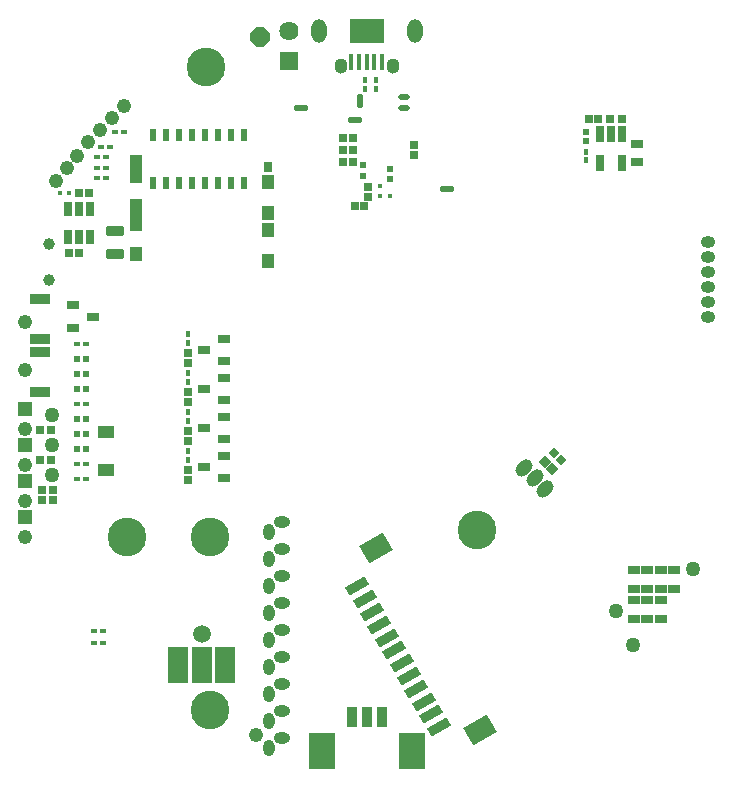
<source format=gbs>
G04 Layer_Color=8150272*
%FSAX24Y24*%
%MOIN*%
G70*
G01*
G75*
%ADD10O,0.0500X0.0200*%
%ADD11R,0.0295X0.0276*%
%ADD15C,0.0500*%
%ADD18R,0.0177X0.0197*%
%ADD24R,0.0177X0.0177*%
%ADD25R,0.0177X0.0177*%
%ADD41R,0.0197X0.0177*%
%ADD44R,0.0197X0.0217*%
%ADD64R,0.0217X0.0197*%
%ADD88R,0.0276X0.0256*%
%ADD114O,0.0400X0.0200*%
%ADD133O,0.0200X0.0500*%
%ADD158R,0.0276X0.0253*%
%ADD160R,0.0253X0.0276*%
%ADD164R,0.0400X0.0280*%
%ADD172R,0.0237X0.0237*%
G04:AMPARAMS|DCode=178|XSize=59.1mil|YSize=31.6mil|CornerRadius=4.8mil|HoleSize=0mil|Usage=FLASHONLY|Rotation=180.000|XOffset=0mil|YOffset=0mil|HoleType=Round|Shape=RoundedRectangle|*
%AMROUNDEDRECTD178*
21,1,0.0591,0.0220,0,0,180.0*
21,1,0.0496,0.0316,0,0,180.0*
1,1,0.0095,-0.0248,0.0110*
1,1,0.0095,0.0248,0.0110*
1,1,0.0095,0.0248,-0.0110*
1,1,0.0095,-0.0248,-0.0110*
%
%ADD178ROUNDEDRECTD178*%
%ADD210C,0.1290*%
%ADD211O,0.0490X0.0390*%
G04:AMPARAMS|DCode=212|XSize=44mil|YSize=64mil|CornerRadius=0mil|HoleSize=0mil|Usage=FLASHONLY|Rotation=135.000|XOffset=0mil|YOffset=0mil|HoleType=Round|Shape=Round|*
%AMOVALD212*
21,1,0.0200,0.0440,0.0000,0.0000,225.0*
1,1,0.0440,0.0071,0.0071*
1,1,0.0440,-0.0071,-0.0071*
%
%ADD212OVALD212*%

%ADD213C,0.0490*%
%ADD214C,0.0394*%
%ADD215R,0.0640X0.0640*%
%ADD216C,0.0640*%
%ADD217R,0.0490X0.0490*%
%ADD218P,0.0693X8X22.5*%
%ADD219C,0.0590*%
%ADD220O,0.0540X0.0390*%
%ADD221O,0.0390X0.0540*%
%ADD222O,0.0433X0.0512*%
%ADD223O,0.0512X0.0788*%
%ADD224R,0.0866X0.1220*%
%ADD225R,0.0316X0.0552*%
%ADD226R,0.0177X0.0552*%
%ADD227R,0.1182X0.0788*%
%ADD228R,0.0443X0.0971*%
%ADD229R,0.0443X0.0502*%
%ADD230R,0.0443X0.0455*%
%ADD231R,0.0313X0.0337*%
%ADD232R,0.0227X0.0424*%
%ADD233R,0.0296X0.0473*%
%ADD234R,0.0394X0.0276*%
%ADD235R,0.0394X0.0276*%
%ADD236R,0.0709X0.0355*%
%ADD237R,0.0520X0.0398*%
G04:AMPARAMS|DCode=238|XSize=67mil|YSize=90.6mil|CornerRadius=0mil|HoleSize=0mil|Usage=FLASHONLY|Rotation=300.000|XOffset=0mil|YOffset=0mil|HoleType=Round|Shape=Rectangle|*
%AMROTATEDRECTD238*
4,1,4,-0.0560,0.0064,0.0225,0.0517,0.0560,-0.0064,-0.0225,-0.0517,-0.0560,0.0064,0.0*
%
%ADD238ROTATEDRECTD238*%

G04:AMPARAMS|DCode=239|XSize=31.6mil|YSize=74.9mil|CornerRadius=0mil|HoleSize=0mil|Usage=FLASHONLY|Rotation=300.000|XOffset=0mil|YOffset=0mil|HoleType=Round|Shape=Rectangle|*
%AMROTATEDRECTD239*
4,1,4,-0.0403,-0.0051,0.0245,0.0324,0.0403,0.0051,-0.0245,-0.0324,-0.0403,-0.0051,0.0*
%
%ADD239ROTATEDRECTD239*%

%ADD240R,0.0355X0.0670*%
%ADD241R,0.0670X0.1221*%
G04:AMPARAMS|DCode=242|XSize=27.6mil|YSize=25.3mil|CornerRadius=0mil|HoleSize=0mil|Usage=FLASHONLY|Rotation=45.000|XOffset=0mil|YOffset=0mil|HoleType=Round|Shape=Rectangle|*
%AMROTATEDRECTD242*
4,1,4,-0.0008,-0.0187,-0.0187,-0.0008,0.0008,0.0187,0.0187,0.0008,-0.0008,-0.0187,0.0*
%
%ADD242ROTATEDRECTD242*%

G04:AMPARAMS|DCode=243|XSize=29.2mil|YSize=30.8mil|CornerRadius=0mil|HoleSize=0mil|Usage=FLASHONLY|Rotation=45.000|XOffset=0mil|YOffset=0mil|HoleType=Round|Shape=Rectangle|*
%AMROTATEDRECTD243*
4,1,4,0.0006,-0.0212,-0.0212,0.0006,-0.0006,0.0212,0.0212,-0.0006,0.0006,-0.0212,0.0*
%
%ADD243ROTATEDRECTD243*%

D10*
X032200Y036272D02*
D03*
X029137Y038562D02*
D03*
X027319Y038949D02*
D03*
D11*
X037650Y038612D02*
D03*
X038024D02*
D03*
D15*
X019028Y028728D02*
D03*
Y027728D02*
D03*
Y026728D02*
D03*
X037837Y022212D02*
D03*
X038387Y021062D02*
D03*
X040387Y023612D02*
D03*
D18*
X036837Y037214D02*
D03*
Y037509D02*
D03*
X029482Y039903D02*
D03*
Y039608D02*
D03*
X029832Y039900D02*
D03*
Y039605D02*
D03*
X023578Y030128D02*
D03*
Y029832D02*
D03*
Y031428D02*
D03*
Y031132D02*
D03*
Y027528D02*
D03*
Y027232D02*
D03*
Y028828D02*
D03*
Y028532D02*
D03*
D24*
X019615Y036138D02*
D03*
X019300D02*
D03*
X030285Y036038D02*
D03*
X029970D02*
D03*
D25*
X029976Y036036D02*
D03*
Y036351D02*
D03*
D41*
X021130Y038178D02*
D03*
X021425D02*
D03*
X020530Y036628D02*
D03*
X020825D02*
D03*
X020530Y036978D02*
D03*
X020825D02*
D03*
X020530Y037328D02*
D03*
X020825D02*
D03*
X020680Y037678D02*
D03*
X020975D02*
D03*
X020173Y026605D02*
D03*
X019878D02*
D03*
Y027105D02*
D03*
X020173D02*
D03*
X019878Y029105D02*
D03*
X020173D02*
D03*
X020430Y021128D02*
D03*
X020725D02*
D03*
X020432Y021528D02*
D03*
X020728D02*
D03*
X020175Y031105D02*
D03*
X019880D02*
D03*
D44*
X036837Y038159D02*
D03*
Y037864D02*
D03*
D64*
X020172Y027605D02*
D03*
X019877D02*
D03*
X020173Y028105D02*
D03*
X019878D02*
D03*
Y028605D02*
D03*
X020173D02*
D03*
X019878Y029605D02*
D03*
X020173D02*
D03*
X019880Y030605D02*
D03*
X020175D02*
D03*
X020173Y030105D02*
D03*
X019878D02*
D03*
D88*
X018637Y028237D02*
D03*
X019011D02*
D03*
X018637Y027237D02*
D03*
X019011D02*
D03*
X018687Y026237D02*
D03*
X019061D02*
D03*
X018687Y025887D02*
D03*
X019061D02*
D03*
D114*
X030763Y039343D02*
D03*
Y038949D02*
D03*
D133*
X029287Y039185D02*
D03*
D158*
X023578Y029491D02*
D03*
Y029169D02*
D03*
Y030791D02*
D03*
Y030468D02*
D03*
Y026891D02*
D03*
Y026569D02*
D03*
Y028191D02*
D03*
Y027868D02*
D03*
X031108Y037733D02*
D03*
Y037410D02*
D03*
X029562Y036012D02*
D03*
Y036335D02*
D03*
D160*
X037248Y038612D02*
D03*
X036926Y038612D02*
D03*
X020269Y036138D02*
D03*
X019946D02*
D03*
X029126Y035701D02*
D03*
X029448D02*
D03*
X019919Y034138D02*
D03*
X019596D02*
D03*
X028732Y037178D02*
D03*
X029055D02*
D03*
X028732Y037965D02*
D03*
X029055D02*
D03*
X028732Y037571D02*
D03*
X029055D02*
D03*
D164*
X038537Y037152D02*
D03*
Y037772D02*
D03*
X038878Y022558D02*
D03*
Y021938D02*
D03*
X039328Y022558D02*
D03*
Y021938D02*
D03*
X038428D02*
D03*
Y022558D02*
D03*
Y023548D02*
D03*
Y022928D02*
D03*
X038878Y023548D02*
D03*
Y022928D02*
D03*
X039328D02*
D03*
Y023548D02*
D03*
X039778Y022928D02*
D03*
Y023548D02*
D03*
D172*
X030309Y036935D02*
D03*
Y036580D02*
D03*
X029385Y037059D02*
D03*
Y036705D02*
D03*
D178*
X021119Y034852D02*
D03*
Y034104D02*
D03*
D210*
X024169Y040327D02*
D03*
X033187Y024912D02*
D03*
X024287Y018912D02*
D03*
X021537Y024662D02*
D03*
X024287D02*
D03*
D211*
X040887Y034012D02*
D03*
Y034512D02*
D03*
Y032012D02*
D03*
Y032512D02*
D03*
Y033012D02*
D03*
Y033512D02*
D03*
D212*
X035478Y026278D02*
D03*
X035128Y026628D02*
D03*
X034778Y026978D02*
D03*
D213*
X019528Y036978D02*
D03*
X018128Y031828D02*
D03*
Y030228D02*
D03*
Y024678D02*
D03*
Y025878D02*
D03*
Y027078D02*
D03*
Y028278D02*
D03*
X025828Y018078D02*
D03*
X021028Y038628D02*
D03*
X021428Y039028D02*
D03*
X020628Y038228D02*
D03*
X020228Y037828D02*
D03*
X019878Y037378D02*
D03*
X019178Y036528D02*
D03*
D214*
X018928Y033237D02*
D03*
Y034418D02*
D03*
D215*
X026928Y040528D02*
D03*
D216*
X026928Y041528D02*
D03*
D217*
X018128Y025328D02*
D03*
Y026528D02*
D03*
Y027728D02*
D03*
Y028928D02*
D03*
D218*
X025978Y041328D02*
D03*
D219*
X024028Y020678D02*
D03*
Y021428D02*
D03*
D220*
X026702Y024278D02*
D03*
Y022478D02*
D03*
Y021578D02*
D03*
Y019778D02*
D03*
Y017978D02*
D03*
X026702Y023378D02*
D03*
X026702Y018878D02*
D03*
Y020678D02*
D03*
Y025178D02*
D03*
D221*
X026252Y017628D02*
D03*
Y023928D02*
D03*
Y023028D02*
D03*
Y022128D02*
D03*
Y021228D02*
D03*
Y020328D02*
D03*
Y019428D02*
D03*
Y018528D02*
D03*
Y024828D02*
D03*
D222*
X030404Y040354D02*
D03*
X028652D02*
D03*
D223*
X031132Y041536D02*
D03*
X027923D02*
D03*
D224*
X028031Y017531D02*
D03*
X031024D02*
D03*
D225*
X037292Y037135D02*
D03*
X038040D02*
D03*
Y038080D02*
D03*
X037666D02*
D03*
X037292D02*
D03*
D226*
X030039Y040482D02*
D03*
X029783D02*
D03*
X029528D02*
D03*
X029272D02*
D03*
X029016D02*
D03*
D227*
X029528Y041536D02*
D03*
D228*
X021836Y035345D02*
D03*
Y036945D02*
D03*
D229*
X021836Y034091D02*
D03*
X026219Y033866D02*
D03*
X021836Y035691D02*
D03*
X026219Y035466D02*
D03*
D230*
Y034894D02*
D03*
Y036494D02*
D03*
D231*
Y035394D02*
D03*
Y036994D02*
D03*
D232*
X022397Y036449D02*
D03*
X022830Y036449D02*
D03*
X023263Y036449D02*
D03*
X023696D02*
D03*
X024129D02*
D03*
X024562Y036449D02*
D03*
X024995Y036449D02*
D03*
X025428Y036449D02*
D03*
X022397Y038049D02*
D03*
X022830D02*
D03*
X023263D02*
D03*
X023696D02*
D03*
X024129D02*
D03*
X024562D02*
D03*
X024995D02*
D03*
X025428D02*
D03*
D233*
X020306Y035608D02*
D03*
X019932D02*
D03*
X019558D02*
D03*
Y034664D02*
D03*
X019932D02*
D03*
X020306D02*
D03*
D234*
X020394Y032011D02*
D03*
X024108Y027002D02*
D03*
Y028304D02*
D03*
Y029602D02*
D03*
Y030902D02*
D03*
D235*
X019724Y032385D02*
D03*
Y031637D02*
D03*
X024778Y026628D02*
D03*
Y027376D02*
D03*
Y027930D02*
D03*
Y028678D02*
D03*
Y029228D02*
D03*
Y029976D02*
D03*
Y030528D02*
D03*
Y031276D02*
D03*
D236*
X018628Y032597D02*
D03*
Y031258D02*
D03*
Y030828D02*
D03*
Y029489D02*
D03*
D237*
X020828Y026884D02*
D03*
Y028171D02*
D03*
D238*
X029820Y024279D02*
D03*
X033309Y018235D02*
D03*
D239*
X030197Y021309D02*
D03*
X030443Y020882D02*
D03*
X029705Y022161D02*
D03*
X029951Y021735D02*
D03*
X029459Y022587D02*
D03*
X029213Y023013D02*
D03*
X030689Y020456D02*
D03*
X030935Y020030D02*
D03*
X031181Y019604D02*
D03*
X031428Y019178D02*
D03*
X031674Y018751D02*
D03*
X031920Y018325D02*
D03*
D240*
X029035Y018672D02*
D03*
X030020D02*
D03*
X029528D02*
D03*
D241*
X024815Y020403D02*
D03*
X024028D02*
D03*
X023240D02*
D03*
D242*
X035760Y027451D02*
D03*
X035989Y027223D02*
D03*
D243*
X035452Y027160D02*
D03*
X035697Y026915D02*
D03*
M02*

</source>
